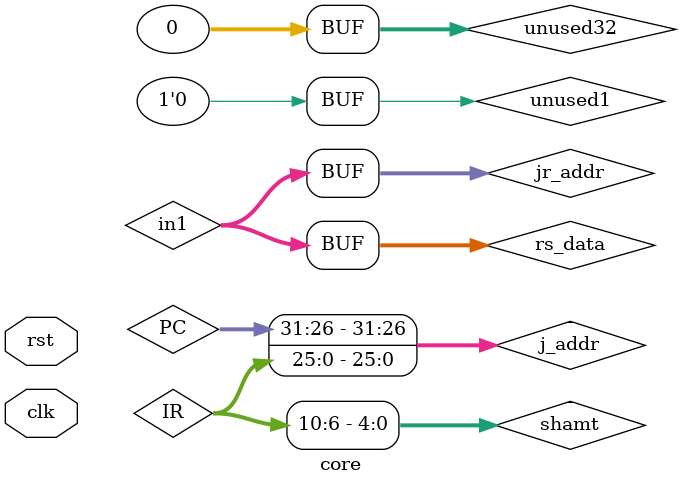
<source format=v>
`timescale 1ns/1ps
`include "memory.v"
`include "Control Unit.v"
`include "ALU.v"
`include "mux.v"

module core (rst , clk);
input wire rst,clk;

reg [31:0] PC;
wire [31:0] PC_next , IR;
reg[31:0] R [31:0];
wire[31:0] in1,in2;
wire[31:0] rs_data, rt_data;
reg[31:0] unused32 = 0;
reg unused1 = 0;
reg start;
wire[31:0] next_inst;
wire[31:0] ReadData ,ALUout , Result;
wire ALUzero;
wire [4:0] shamt;

/* control unit signals*/
wire[1:0] PCctrl;//how to update PC
//0=pc+4 , 1=branch , 2=from reg , 3=jump mode
wire[3:0] ALUctrl;//which operation alu will preform
wire[4:0] WriteReg;//result is stored in rt or rd
wire ALUsrc, MemWrite, MemToReg, RegWrite_en, Link;
wire[31:0] Immediate;

/*Branch Addresses*/
wire[31:0] PCplus1 , branch_addr , jr_addr , j_addr;
assign PCplus1 = PC+1;
assign branch_addr = PC + Immediate;
assign jr_addr = rs_data;
assign j_addr = {PC[31:26] , IR[25:0]};
mux32bit_4option PC_next_decider(PCplus1 , branch_addr , jr_addr , j_addr , PCctrl , ALUzero , PC_next);

/*Register file interactions*/
assign rs_data = R[IR[25:21]];
assign rt_data = R[IR[20:16]];
mux32bit Result_decider (ALUout , ReadData , MemToReg , Result);

/*ALU interactions*/
assign in1 = rs_data;
assign shamt = IR[10:6];
mux32bit in2_decider (rt_data , Immediate , ALUsrc , in2);
ALU alu (in1 , in2 , shamt, ALUctrl , ALUout , ALUzero);

Text instruction (.rst(rst) , .clk(clk) , .r_addr(PC) , .w_addr(unused32) , .w_en(unused1) , .din(unused32) , .dout(IR));
Data var (.rst(rst) , .clk(clk) , .r_addr(ALUout) , .w_addr(ALUout) , .w_en(MemWrite) , .din(rt_data) , .dout(ReadData));

control unit (IR , PCctrl, ALUctrl, WriteReg, ALUsrc, MemWrite, MemToReg, RegWrite_en, Link, Immediate);



always@(posedge rst) begin
    PC =0;
    R[4] = 0;   //$a0 = starting index = 0
    R[5] = 5;   //$a1=5=size
    
    R[0] = 0;   //$zero
    R[29] = 32'd65535;  //$sp
    start = 0;
end

always@(posedge clk) begin

    if(start==0) begin
        start = 1;
    end

    else begin
        if (RegWrite_en) R[WriteReg] = Result;
        if (Link) R[31] = PCplus1;
        //fetch
        PC = PC_next;
    end
end


endmodule






</source>
